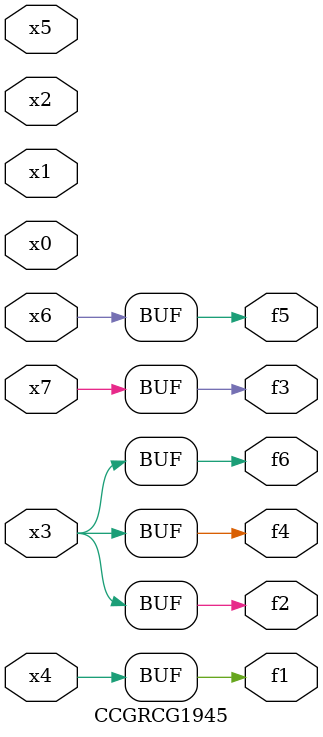
<source format=v>
module CCGRCG1945(
	input x0, x1, x2, x3, x4, x5, x6, x7,
	output f1, f2, f3, f4, f5, f6
);
	assign f1 = x4;
	assign f2 = x3;
	assign f3 = x7;
	assign f4 = x3;
	assign f5 = x6;
	assign f6 = x3;
endmodule

</source>
